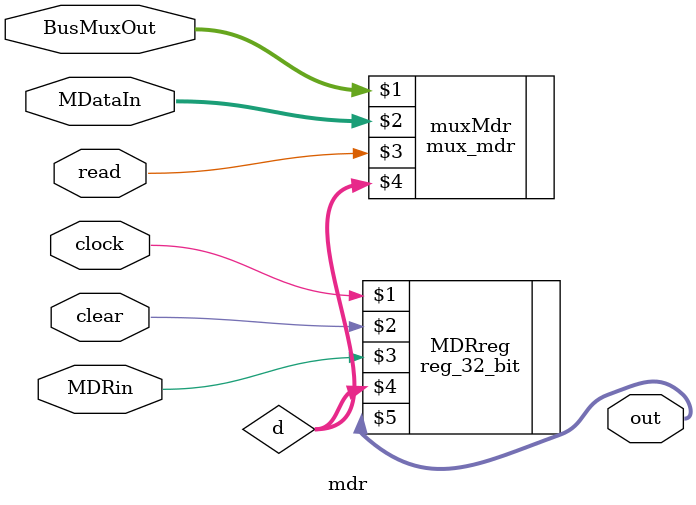
<source format=v>
module mdr(
	input wire clear, clock, MDRin, read,
	input wire [31:0] BusMuxOut, MDataIn,
	output wire [31:0] out
);

	wire [31:0] d;

	mux_mdr muxMdr(BusMuxOut, MDataIn, read, d);

	reg_32_bit MDRreg(clock, clear, MDRin, d, out);

endmodule
</source>
